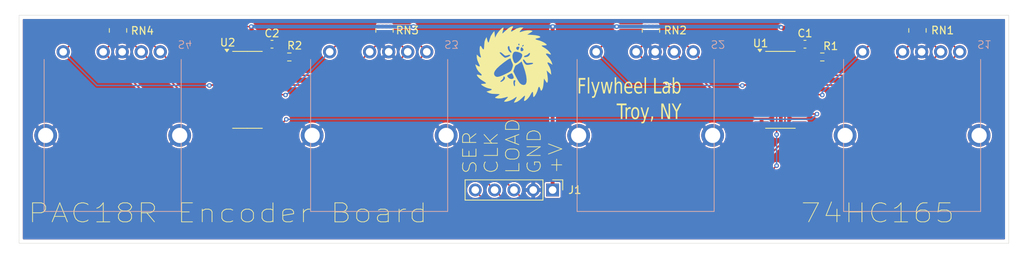
<source format=kicad_pcb>
(kicad_pcb (version 20240108) (generator "pcbnew") (generator_version "8.0")
  (layers (0 "F.Cu" signal) (31 "B.Cu" signal) (34 "B.Paste" user) (35 "F.Paste" user) (36 "B.SilkS" user "B.Silkscreen") (37 "F.SilkS" user "F.Silkscreen") (38 "B.Mask" user) (39 "F.Mask" user) (44 "Edge.Cuts" user))
  (net 0 "")
  (net 1 "GND")
  (net 2 "+5V")
  (net 3 "/LOAD")
  (net 4 "/SER_OUT")
  (net 5 "/CLK")
  (net 6 "Net-(U1-~{CE})")
  (net 7 "Net-(U2-~{CE})")
  (net 8 "Net-(RN1-R4.1)")
  (net 9 "Net-(RN1-R1.1)")
  (net 10 "Net-(RN1-R2.1)")
  (net 11 "Net-(RN2-R1.1)")
  (net 12 "Net-(RN2-R3.1)")
  (net 13 "Net-(RN2-R2.1)")
  (net 14 "Net-(RN2-R4.1)")
  (net 15 "Net-(RN3-R3.1)")
  (net 16 "Net-(RN3-R2.1)")
  (net 17 "Net-(RN3-R1.1)")
  (net 18 "Net-(RN3-R4.1)")
  (net 19 "Net-(RN4-R4.1)")
  (net 20 "Net-(RN4-R3.1)")
  (net 21 "Net-(RN4-R1.1)")
  (net 22 "Net-(RN4-R2.1)")
  (net 24 "/CASCADE")
  (net 27 "Net-(RN1-R3.1)")
  (footprint "Package_SO:SOIC-16_3.9x9.9mm_P1.27mm" (layer "F.Cu") (at 204.5 69.819806)
    (property "Reference" "U1" (at -2.6 -6.119806 0) (layer "F.SilkS"))
    (property "Value" "74LS165")
    (fp_line (start 0 -5.06) (end -1.95 -5.06) (stroke (width 0.12)) (layer "F.SilkS"))
    (fp_line (start 0 -5.06) (end 1.95 -5.06) (stroke (width 0.12)) (layer "F.SilkS"))
    (fp_line (start 0 5.06) (end -1.95 5.06) (stroke (width 0.12)) (layer "F.SilkS"))
    (fp_line (start 0 5.06) (end 1.95 5.06) (stroke (width 0.12)) (layer "F.SilkS"))
    (fp_poly (pts (xy -2.7 -5.005) (xy -2.94 -5.335) (xy -2.46 -5.335) (xy -2.7 -5.005)) (stroke (width 0.12)) (fill solid) (layer "F.SilkS"))
    (pad "1" smd roundrect (at -2.475 -4.445) (size 1.95 0.6) (layers "F.Cu" "F.Paste" "F.Mask") (net 3 "/LOAD"))
    (pad "2" smd roundrect (at -2.475 -3.175) (size 1.95 0.6) (layers "F.Cu" "F.Paste" "F.Mask") (net 5 "/CLK"))
    (pad "3" smd roundrect (at -2.475 -1.905) (size 1.95 0.6) (layers "F.Cu" "F.Paste" "F.Mask") (net 14 "Net-(RN2-R4.1)"))
    (pad "4" smd roundrect (at -2.475 -0.635) (size 1.95 0.6) (layers "F.Cu" "F.Paste" "F.Mask") (net 11 "Net-(RN2-R1.1)"))
    (pad "5" smd roundrect (at -2.475 0.635) (size 1.95 0.6) (layers "F.Cu" "F.Paste" "F.Mask") (net 12 "Net-(RN2-R3.1)"))
    (pad "6" smd roundrect (at -2.475 1.905) (size 1.95 0.6) (layers "F.Cu" "F.Paste" "F.Mask") (net 13 "Net-(RN2-R2.1)"))
    (pad "7" smd roundrect (at -2.475 3.175) (size 1.95 0.6) (layers "F.Cu" "F.Paste" "F.Mask"))
    (pad "8" smd roundrect (at -2.475 4.445) (size 1.95 0.6) (layers "F.Cu" "F.Paste" "F.Mask") (net 1 "GND"))
    (pad "9" smd roundrect (at 2.475 4.445) (size 1.95 0.6) (layers "F.Cu" "F.Paste" "F.Mask") (net 4 "/SER_OUT"))
    (pad "10" smd roundrect (at 2.475 3.175) (size 1.95 0.6) (layers "F.Cu" "F.Paste" "F.Mask") (net 24 "/CASCADE"))
    (pad "11" smd roundrect (at 2.475 1.905) (size 1.95 0.6) (layers "F.Cu" "F.Paste" "F.Mask") (net 8 "Net-(RN1-R4.1)"))
    (pad "12" smd roundrect (at 2.475 0.635) (size 1.95 0.6) (layers "F.Cu" "F.Paste" "F.Mask") (net 9 "Net-(RN1-R1.1)"))
    (pad "13" smd roundrect (at 2.475 -0.635) (size 1.95 0.6) (layers "F.Cu" "F.Paste" "F.Mask") (net 27 "Net-(RN1-R3.1)"))
    (pad "14" smd roundrect (at 2.475 -1.905) (size 1.95 0.6) (layers "F.Cu" "F.Paste" "F.Mask") (net 10 "Net-(RN1-R2.1)"))
    (pad "15" smd roundrect (at 2.475 -3.175) (size 1.95 0.6) (layers "F.Cu" "F.Paste" "F.Mask") (net 6 "Net-(U1-~{CE})"))
    (pad "16" smd roundrect (at 2.475 -4.445) (size 1.95 0.6) (layers "F.Cu" "F.Paste" "F.Mask") (net 2 "+5V"))
  )
  (footprint "Resistor_SMD:R_Array_Concave_4x0402" (layer "F.Cu") (at 187.5 62 90)
    (property "Reference" "RN2" (at 0 3.2 0) (layer "F.SilkS"))
    (property "Value" "10K")
    (fp_line (start 0.25 -1.14) (end -0.25 -1.14) (stroke (width 0.12)) (layer "F.SilkS"))
    (fp_line (start 0.25 1.14) (end -0.25 1.14) (stroke (width 0.12)) (layer "F.SilkS"))
    (pad "1" smd rect (at -0.499999 -0.75 90) (size 0.5 0.32) (layers "F.Cu" "F.Paste" "F.Mask") (net 11 "Net-(RN2-R1.1)"))
    (pad "2" smd rect (at -0.5 -0.25 90) (size 0.5 0.32) (layers "F.Cu" "F.Paste" "F.Mask") (net 13 "Net-(RN2-R2.1)"))
    (pad "3" smd rect (at -0.5 0.25 90) (size 0.5 0.32) (layers "F.Cu" "F.Paste" "F.Mask") (net 12 "Net-(RN2-R3.1)"))
    (pad "4" smd rect (at -0.499999 0.75 90) (size 0.5 0.32) (layers "F.Cu" "F.Paste" "F.Mask") (net 14 "Net-(RN2-R4.1)"))
    (pad "5" smd rect (at 0.499999 0.75 90) (size 0.5 0.32) (layers "F.Cu" "F.Paste" "F.Mask") (net 2 "+5V"))
    (pad "6" smd rect (at 0.5 0.25 90) (size 0.5 0.32) (layers "F.Cu" "F.Paste" "F.Mask") (net 2 "+5V"))
    (pad "7" smd rect (at 0.5 -0.25 90) (size 0.5 0.32) (layers "F.Cu" "F.Paste" "F.Mask") (net 2 "+5V"))
    (pad "8" smd rect (at 0.499999 -0.75 90) (size 0.5 0.32) (layers "F.Cu" "F.Paste" "F.Mask") (net 2 "+5V"))
  )
  (footprint "Connector_PinHeader_2.54mm:PinHeader_1x05_P2.54mm_Vertical" (layer "F.Cu") (at 174.579999 83 -90)
    (property "Reference" "J1" (at 0 -2.920001 180) (layer "F.SilkS"))
    (property "Value" "Conn_01x05")
    (fp_line (start -1.33 11.49) (end 1.33 11.49) (stroke (width 0.12)) (layer "F.SilkS"))
    (fp_line (start -1.33 1.270001) (end -1.33 11.49) (stroke (width 0.12)) (layer "F.SilkS"))
    (fp_line (start -1.33 1.270001) (end 1.33 1.270001) (stroke (width 0.12)) (layer "F.SilkS"))
    (fp_line (start 1.33 1.270001) (end 1.33 11.49) (stroke (width 0.12)) (layer "F.SilkS"))
    (fp_line (start -1.33 0) (end -1.33 -1.33) (stroke (width 0.12)) (layer "F.SilkS"))
    (fp_line (start -1.33 -1.33) (end 0 -1.33) (stroke (width 0.12)) (layer "F.SilkS"))
    (pad "1" thru_hole rect (at 0 0 270) (size 1.7 1.7) (drill 1) (layers "*.Cu" "*.Mask") (net 2 "+5V"))
    (pad "2" thru_hole oval (at 0 2.54 270) (size 1.7 1.7) (drill 1) (layers "*.Cu" "*.Mask") (net 1 "GND"))
    (pad "3" thru_hole oval (at 0 5.079999 270) (size 1.7 1.7) (drill 1) (layers "*.Cu" "*.Mask") (net 3 "/LOAD"))
    (pad "4" thru_hole oval (at 0 7.62 270) (size 1.7 1.7) (drill 1) (layers "*.Cu" "*.Mask") (net 5 "/CLK"))
    (pad "5" thru_hole oval (at 0 10.16 270) (size 1.7 1.7) (drill 1) (layers "*.Cu" "*.Mask") (net 4 "/SER_OUT"))
  )
  (footprint "Resistor_SMD:R_Array_Concave_4x0402" (layer "F.Cu") (at 152.5 62 90)
    (property "Reference" "RN3" (at 0 3 0) (layer "F.SilkS"))
    (property "Value" "10K")
    (fp_line (start 0.25 -1.14) (end -0.25 -1.14) (stroke (width 0.12)) (layer "F.SilkS"))
    (fp_line (start 0.25 1.14) (end -0.25 1.14) (stroke (width 0.12)) (layer "F.SilkS"))
    (pad "1" smd rect (at -0.499999 -0.75 90) (size 0.5 0.32) (layers "F.Cu" "F.Paste" "F.Mask") (net 17 "Net-(RN3-R1.1)"))
    (pad "2" smd rect (at -0.5 -0.25 90) (size 0.5 0.32) (layers "F.Cu" "F.Paste" "F.Mask") (net 16 "Net-(RN3-R2.1)"))
    (pad "3" smd rect (at -0.5 0.25 90) (size 0.5 0.32) (layers "F.Cu" "F.Paste" "F.Mask") (net 15 "Net-(RN3-R3.1)"))
    (pad "4" smd rect (at -0.499999 0.75 90) (size 0.5 0.32) (layers "F.Cu" "F.Paste" "F.Mask") (net 18 "Net-(RN3-R4.1)"))
    (pad "5" smd rect (at 0.499999 0.75 90) (size 0.5 0.32) (layers "F.Cu" "F.Paste" "F.Mask") (net 2 "+5V"))
    (pad "6" smd rect (at 0.5 0.25 90) (size 0.5 0.32) (layers "F.Cu" "F.Paste" "F.Mask") (net 2 "+5V"))
    (pad "7" smd rect (at 0.5 -0.25 90) (size 0.5 0.32) (layers "F.Cu" "F.Paste" "F.Mask") (net 2 "+5V"))
    (pad "8" smd rect (at 0.499999 -0.75 90) (size 0.5 0.32) (layers "F.Cu" "F.Paste" "F.Mask") (net 2 "+5V"))
  )
  (footprint "Resistor_SMD:R_0603_1608Metric" (layer "F.Cu") (at 140 65.5)
    (property "Reference" "R2" (at 0.7 -1.5 0) (layer "F.SilkS"))
    (property "Value" "10K")
    (fp_line (start -0.237258 -0.5225) (end 0.237258 -0.5225) (stroke (width 0.12)) (layer "F.SilkS"))
    (fp_line (start -0.237258 0.5225) (end 0.237258 0.5225) (stroke (width 0.12)) (layer "F.SilkS"))
    (pad "1" smd roundrect (at -0.825 0) (size 0.8 0.95) (layers "F.Cu" "F.Paste" "F.Mask") (net 2 "+5V"))
    (pad "2" smd roundrect (at 0.825 0) (size 0.8 0.95) (layers "F.Cu" "F.Paste" "F.Mask") (net 7 "Net-(U2-~{CE})"))
  )
  (footprint "Capacitor_SMD:C_0603_1608Metric" (layer "F.Cu") (at 137.725 63.819804)
    (property "Reference" "C2" (at 0 -1.43 0) (layer "F.SilkS"))
    (property "Value" "0.1uF")
    (fp_line (start -0.140581 -0.51) (end 0.140581 -0.51) (stroke (width 0.12)) (layer "F.SilkS"))
    (fp_line (start -0.140581 0.51) (end 0.140581 0.51) (stroke (width 0.12)) (layer "F.SilkS"))
    (pad "1" smd roundrect (at -0.775 0) (size 0.9 0.95) (layers "F.Cu" "F.Paste" "F.Mask") (net 2 "+5V"))
    (pad "2" smd roundrect (at 0.775 0) (size 0.9 0.95) (layers "F.Cu" "F.Paste" "F.Mask") (net 1 "GND"))
  )
  (footprint "Package_SO:SOIC-16_3.9x9.9mm_P1.27mm" (layer "F.Cu") (at 134.5 69.819806)
    (property "Reference" "U2" (at -2.6 -6.219806 0) (layer "F.SilkS"))
    (property "Value" "74LS165")
    (fp_line (start 0 -5.06) (end -1.95 -5.06) (stroke (width 0.12)) (layer "F.SilkS"))
    (fp_line (start 0 -5.06) (end 1.95 -5.06) (stroke (width 0.12)) (layer "F.SilkS"))
    (fp_line (start 0 5.06) (end -1.95 5.06) (stroke (width 0.12)) (layer "F.SilkS"))
    (fp_line (start 0 5.06) (end 1.95 5.06) (stroke (width 0.12)) (layer "F.SilkS"))
    (fp_poly (pts (xy -2.7 -5.005) (xy -2.94 -5.335) (xy -2.46 -5.335) (xy -2.7 -5.005)) (stroke (width 0.12)) (fill solid) (layer "F.SilkS"))
    (pad "1" smd roundrect (at -2.475 -4.445) (size 1.95 0.6) (layers "F.Cu" "F.Paste" "F.Mask") (net 3 "/LOAD"))
    (pad "2" smd roundrect (at -2.475 -3.175) (size 1.95 0.6) (layers "F.Cu" "F.Paste" "F.Mask") (net 5 "/CLK"))
    (pad "3" smd roundrect (at -2.475 -1.905) (size 1.95 0.6) (layers "F.Cu" "F.Paste" "F.Mask") (net 19 "Net-(RN4-R4.1)"))
    (pad "4" smd roundrect (at -2.475 -0.635) (size 1.95 0.6) (layers "F.Cu" "F.Paste" "F.Mask") (net 21 "Net-(RN4-R1.1)"))
    (pad "5" smd roundrect (at -2.475 0.635) (size 1.95 0.6) (layers "F.Cu" "F.Paste" "F.Mask") (net 20 "Net-(RN4-R3.1)"))
    (pad "6" smd roundrect (at -2.475 1.905) (size 1.95 0.6) (layers "F.Cu" "F.Paste" "F.Mask") (net 22 "Net-(RN4-R2.1)"))
    (pad "7" smd roundrect (at -2.475 3.175) (size 1.95 0.6) (layers "F.Cu" "F.Paste" "F.Mask"))
    (pad "8" smd roundrect (at -2.475 4.445) (size 1.95 0.6) (layers "F.Cu" "F.Paste" "F.Mask") (net 1 "GND"))
    (pad "9" smd roundrect (at 2.475 4.445) (size 1.95 0.6) (layers "F.Cu" "F.Paste" "F.Mask") (net 24 "/CASCADE"))
    (pad "10" smd roundrect (at 2.475 3.175) (size 1.95 0.6) (layers "F.Cu" "F.Paste" "F.Mask"))
    (pad "11" smd roundrect (at 2.475 1.905) (size 1.95 0.6) (layers "F.Cu" "F.Paste" "F.Mask") (net 18 "Net-(RN3-R4.1)"))
    (pad "12" smd roundrect (at 2.475 0.635) (size 1.95 0.6) (layers "F.Cu" "F.Paste" "F.Mask") (net 17 "Net-(RN3-R1.1)"))
    (pad "13" smd roundrect (at 2.475 -0.635) (size 1.95 0.6) (layers "F.Cu" "F.Paste" "F.Mask") (net 15 "Net-(RN3-R3.1)"))
    (pad "14" smd roundrect (at 2.475 -1.905) (size 1.95 0.6) (layers "F.Cu" "F.Paste" "F.Mask") (net 16 "Net-(RN3-R2.1)"))
    (pad "15" smd roundrect (at 2.475 -3.175) (size 1.95 0.6) (layers "F.Cu" "F.Paste" "F.Mask") (net 7 "Net-(U2-~{CE})"))
    (pad "16" smd roundrect (at 2.475 -4.445) (size 1.95 0.6) (layers "F.Cu" "F.Paste" "F.Mask") (net 2 "+5V"))
  )
  (footprint "Resistor_SMD:R_0603_1608Metric" (layer "F.Cu") (at 210 65.5)
    (property "Reference" "R1" (at 1.1 -1.43 0) (layer "F.SilkS"))
    (property "Value" "10K")
    (fp_line (start -0.237258 -0.5225) (end 0.237258 -0.5225) (stroke (width 0.12)) (layer "F.SilkS"))
    (fp_line (start -0.237258 0.5225) (end 0.237258 0.5225) (stroke (width 0.12)) (layer "F.SilkS"))
    (pad "1" smd roundrect (at -0.825 0) (size 0.8 0.95) (layers "F.Cu" "F.Paste" "F.Mask") (net 2 "+5V"))
    (pad "2" smd roundrect (at 0.825 0) (size 0.8 0.95) (layers "F.Cu" "F.Paste" "F.Mask") (net 6 "Net-(U1-~{CE})"))
  )
  (footprint "Capacitor_SMD:C_0603_1608Metric" (layer "F.Cu") (at 207.725 63.819804)
    (property "Reference" "C1" (at 0 -1.43 0) (layer "F.SilkS"))
    (property "Value" "0.1uF")
    (fp_line (start -0.140581 -0.51) (end 0.140581 -0.51) (stroke (width 0.12)) (layer "F.SilkS"))
    (fp_line (start -0.140581 0.51) (end 0.140581 0.51) (stroke (width 0.12)) (layer "F.SilkS"))
    (pad "1" smd roundrect (at -0.775 0) (size 0.9 0.95) (layers "F.Cu" "F.Paste" "F.Mask") (net 2 "+5V"))
    (pad "2" smd roundrect (at 0.775 0) (size 0.9 0.95) (layers "F.Cu" "F.Paste" "F.Mask") (net 1 "GND"))
  )
  (footprint "Flywheel:Flywheel_Logo" (layer "F.Cu") (at 169.5 66.5)
    (property "Reference" "G***")
    (property "Value" "LOGO" (hide yes))
    (fp_poly (pts (xy -0.109201 -5.020953) (xy -0.125283 -4.936914) (xy -0.206496 -4.76651) (xy -0.251015 -4.687874) (xy -0.364272 -4.460908) (xy -0.370604 -4.351294) (xy -0.272932 -4.363304) (xy -0.10605 -4.475678) (xy 0.311413 -4.729129) (xy 0.751913 -4.866465) (xy 0.96213 -4.884615) (xy 1.253094 -4.884615) (xy 0.992893 -4.616156) (xy 0.8063 -4.409019) (xy 0.744867 -4.297971) (xy 0.807546 -4.276235) (xy 0.946918 -4.318812) (xy 1.394943 -4.45224) (xy 1.826965 -4.515349) (xy 2.143233 -4.504794) (xy 2.33646 -4.461382) (xy 2.437409 -4.415158) (xy 2.441681 -4.405855) (xy 2.377376 -4.339043) (xy 2.214146 -4.22478) (xy 2.095687 -4.151923) (xy 1.750321 -3.948398) (xy 2.442308 -3.904264) (xy 2.864378 -3.861703) (xy 3.18351 -3.798885) (xy 3.388888 -3.723192) (xy 3.469694 -3.642007) (xy 3.415113 -3.56271) (xy 3.214328 -3.492684) (xy 3.082186 -3.467555) (xy 2.874232 -3.417455) (xy 2.824672 -3.357834) (xy 2.93467 -3.287142) (xy 3.205387 -3.203831) (xy 3.297115 -3.181136) (xy 3.562898 -3.094006) (xy 3.839556 -2.96669) (xy 4.085014 -2.823461) (xy 4.257199 -2.688593) (xy 4.314744 -2.594056) (xy 4.241707 -2.552553) (xy 4.05591 -2.52596) (xy 3.928045 -2.521129) (xy 3.73325 -2.516457) (xy 3.640117 -2.495282) (xy 3.657567 -2.44199) (xy 3.794522 -2.340968) (xy 4.059903 -2.176603) (xy 4.159162 -2.116667) (xy 4.351418 -1.974278) (xy 4.548401 -1.787707) (xy 4.718622 -1.59329) (xy 4.830592 -1.427364) (xy 4.852822 -1.326266) (xy 4.848726 -1.320949) (xy 4.762315 -1.33011) (xy 4.643158 -1.38249) (xy 4.431976 -1.447111) (xy 4.296137 -1.450144) (xy 4.206998 -1.425675) (xy 4.201039 -1.369566) (xy 4.289804 -1.251741) (xy 4.43086 -1.099088) (xy 4.729771 -0.740788) (xy 4.924453 -0.393834) (xy 5.005864 -0.170695) (xy 5.066329 0.024956) (xy 4.767664 -0.159629) (xy 4.541942 -0.274128) (xy 4.419742 -0.28088) (xy 4.410743 -0.183271) (xy 4.47527 -0.057355) (xy 4.700273 0.349748) (xy 4.825722 0.721428) (xy 4.865219 0.967026) (xy 4.904876 1.343269) (xy 4.600133 1.058333) (xy 4.295391 0.773397) (xy 4.347983 1.058333) (xy 4.42228 1.53282) (xy 4.456668 1.922659) (xy 4.44969 2.201429) (xy 4.417594 2.319695) (xy 4.358492 2.388038) (xy 4.288264 2.354259) (xy 4.177503 2.199697) (xy 4.143708 2.145915) (xy 3.948397 1.831731) (xy 3.898639 2.401602) (xy 3.852305 2.810844) (xy 3.79056 3.098537) (xy 3.702565 3.305889) (xy 3.634318 3.406755) (xy 3.568296 3.444833) (xy 3.507961 3.353893) (xy 3.463783 3.217482) (xy 3.375362 2.986999) (xy 3.290258 2.917908) (xy 3.212525 3.010484) (xy 3.159301 3.196617) (xy 3.06446 3.514566) (xy 2.922527 3.836673) (xy 2.762935 4.103102) (xy 2.651783 4.228395) (xy 2.574215 4.274492) (xy 2.536218 4.224676) (xy 2.524258 4.050412) (xy 2.523718 3.958366) (xy 2.509055 3.736439) (xy 2.471854 3.601277) (xy 2.448019 3.582051) (xy 2.371644 3.648804) (xy 2.258916 3.819611) (xy 2.18559 3.955942) (xy 2.037862 4.203071) (xy 1.861955 4.427499) (xy 1.680235 4.611747) (xy 1.515072 4.738336) (xy 1.388834 4.789788) (xy 1.32389 4.748623) (xy 1.335734 4.620032) (xy 1.422984 4.300489) (xy 1.451044 4.12799) (xy 1.40769 4.093678) (xy 1.280695 4.188698) (xy 1.057834 4.404192) (xy 1.049374 4.412589) (xy 0.758011 4.669971) (xy 0.478639 4.861116) (xy 0.305288 4.940219) (xy 0.112974 4.989405) (xy 0.007116 4.999462) (xy 0 4.993255) (xy 0.037744 4.906705) (xy 0.134314 4.727813) (xy 0.211261 4.593824) (xy 0.337436 4.361661) (xy 0.363372 4.256431) (xy 0.283278 4.272437) (xy 0.091361 4.403983) (xy 0.050035 4.435262) (xy -0.247271 4.617656) (xy -0.59891 4.770074) (xy -0.935603 4.865661) (xy -1.109274 4.884615) (xy -1.257486 4.871376) (xy -1.302564 4.847829) (xy -1.24925 4.7751) (xy -1.112888 4.629344) (xy -1.00514 4.522188) (xy -0.839476 4.353661) (xy -0.785535 4.26548) (xy -0.855123 4.24979) (xy -1.060051 4.298733) (xy -1.254445 4.35633) (xy -1.692217 4.449865) (xy -2.096796 4.464387) (xy -2.396673 4.404309) (xy -2.473838 4.357668) (xy -2.447088 4.297614) (xy -2.298487 4.199326) (xy -2.2135 4.150809) (xy -2.014519 4.030252) (xy -1.891679 3.939022) (xy -1.872542 3.913054) (xy -1.947254 3.890326) (xy -2.144286 3.872978) (xy -2.423151 3.86437) (xy -2.462766 3.86407) (xy -2.900433 3.838434) (xy -3.221151 3.761861) (xy -3.336841 3.709494) (xy -3.620796 3.557834) (xy -3.232297 3.444553) (xy -2.986079 3.355176) (xy -2.901895 3.277121) (xy -2.97993 3.209306) (xy -3.220373 3.15065) (xy -3.284923 3.140378) (xy -3.513745 3.079138) (xy -3.775576 2.970636) (xy -4.025728 2.838891) (xy -4.21951 2.707918) (xy -4.312234 2.601734) (xy -4.314744 2.586938) (xy -4.242479 2.547339) (xy -4.061966 2.525324) (xy -3.989103 2.523718) (xy -3.785162 2.507381) (xy -3.671751 2.466572) (xy -3.663462 2.450079) (xy -3.728973 2.374539) (xy -3.731888 2.372438) (xy -0.076827 2.372438) (xy -0.03261 2.656701) (xy -0.030098 2.666186) (xy 0.042998 2.825063) (xy 0.112939 2.83937) (xy 0.145645 2.724394) (xy 0.131996 2.593473) (xy 0.120935 2.383274) (xy 0.165873 2.235112) (xy 0.166478 2.234375) (xy 0.207434 2.121691) (xy 0.166774 2.078405) (xy 0.032111 2.055684) (xy -0.052171 2.162897) (xy -0.076827 2.372438) (xy -3.731888 2.372438) (xy -3.899481 2.251652) (xy -3.934984 2.230146) (xy -1.791026 2.230146) (xy -1.736053 2.280898) (xy -1.596479 2.238354) (xy -1.41032 2.116345) (xy -1.358339 2.072749) (xy -1.198723 1.889133) (xy -1.175764 1.726386) (xy -1.180652 1.708976) (xy -1.261499 1.570693) (xy -1.344198 1.566076) (xy -1.383913 1.696287) (xy -1.383974 1.703707) (xy -1.444281 1.862363) (xy -1.5875 2.020712) (xy -1.728758 2.145728) (xy -1.790891 2.228237) (xy -1.791026 2.230146) (xy -3.934984 2.230146) (xy -4.102778 2.128505) (xy -4.379993 1.943545) (xy -4.626123 1.729504) (xy -4.805829 1.521923) (xy -4.883772 1.356341) (xy -4.884615 1.342229) (xy -4.816459 1.318211) (xy -4.64269 1.345406) (xy -4.409364 1.415797) (xy -4.363012 1.433042) (xy -4.253968 1.436215) (xy -4.235645 1.353972) (xy -4.299275 1.229788) (xy -4.42765 1.112559) (xy -4.44139 1.099505) (xy -2.608848 1.099505) (xy -2.590901 1.33216) (xy -2.477198 1.500275) (xy -2.328571 1.595923) (xy -2.130596 1.616991) (xy -1.860574 1.559217) (xy -1.666238 1.484163) (xy -0.895513 1.484163) (xy -0.843052 1.584717) (xy -0.715659 1.733932) (xy -0.704571 1.745137) (xy -0.508706 1.865762) (xy -0.289538 1.898254) (xy -0.105783 1.84246) (xy -0.028127 1.746899) (xy -0.037107 1.627787) (xy -0.096749 1.445962) (xy -0.179836 1.265935) (xy -0.259155 1.15222) (xy -0.284265 1.139744) (xy -0.403541 1.176107) (xy -0.581425 1.263043) (xy -0.758938 1.367317) (xy -0.877101 1.455698) (xy -0.895513 1.484163) (xy -1.666238 1.484163) (xy -1.495807 1.418341) (xy -1.129291 1.247233) (xy -0.782461 1.075602) (xy -0.551831 0.948918) (xy -0.477989 0.893717) (xy -0.08413 0.893717) (xy 0.251296 1.56625) (xy 0.426469 1.895811) (xy 0.604008 2.19401) (xy 0.754071 2.411829) (xy 0.797054 2.46266) (xy 1.025321 2.628186) (xy 1.26903 2.685708) (xy 1.478415 2.627933) (xy 1.540766 2.571687) (xy 1.64839 2.322678) (xy 1.669823 1.947211) (xy 1.606538 1.456031) (xy 1.460009 0.859887) (xy 1.231707 0.169525) (xy 1.199727 0.083111) (xy 1.014131 -0.413168) (xy 0.690239 -0.168144) (xy 0.484599 -0.025267) (xy 0.323655 0.064184) (xy 0.273954 0.079145) (xy 0.198803 0.151266) (xy 0.105856 0.333793) (xy 0.048716 0.487564) (xy -0.08413 0.893717) (xy -0.477989 0.893717) (xy -0.407225 0.840817) (xy -0.318469 0.724936) (xy -0.255391 0.574908) (xy -0.214208 0.447677) (xy -0.141768 0.196145) (xy -0.125995 0.027167) (xy -0.169874 -0.130421) (xy -0.245013 -0.28647) (xy -0.345225 -0.505646) (xy -0.40214 -0.67397) (xy -0.407051 -0.709201) (xy -0.435251 -0.793106) (xy -0.52956 -0.79646) (xy -0.704538 -0.712497) (xy -0.97475 -0.534448) (xy -1.308765 -0.290145) (xy -1.847728 0.138628) (xy -2.241343 0.508993) (xy -2.493689 0.827201) (xy -2.608848 1.099505) (xy -4.44139 1.099505) (xy -4.651606 0.89978) (xy -4.856538 0.593161) (xy -4.998981 0.259834) (xy -5.013113 0.208327) (xy -5.072893 -0.031103) (xy -4.775229 0.144523) (xy -4.588355 0.239461) (xy -4.497503 0.238253) (xy -4.500067 0.129156) (xy -4.593444 -0.099572) (xy -4.68143 -0.278381) (xy -4.809333 -0.598966) (xy -4.878893 -0.913429) (xy -4.884615 -1.005952) (xy -4.884615 -1.333026) (xy -4.641234 -1.099852) (xy -4.452509 -0.948465) (xy -4.34941 -0.93172) (xy -4.338359 -1.046411) (xy -4.396505 -1.222002) (xy -4.460189 -1.459323) (xy -4.473659 -1.57058) (xy -1.872436 -1.57058) (xy -1.815448 -1.468324) (xy -1.673931 -1.308264) (xy -1.492054 -1.132329) (xy -1.313987 -0.982451) (xy -1.183901 -0.900558) (xy -1.161312 -0.895513) (xy -1.018356 -0.925294) (xy -0.807566 -0.998472) (xy -0.770783 -1.013474) (xy -0.587653 -1.110565) (xy -0.520048 -1.174897) (xy -0.192009 -1.174897) (xy -0.174144 -0.865521) (xy -0.156807 -0.790773) (xy -0.049479 -0.440118) (xy 0.057338 -0.239339) (xy 0.186709 -0.177208) (xy 0.361698 -0.242497) (xy 0.602142 -0.421315) (xy 0.722947 -0.544431) (xy 1.194437 -0.544431) (xy 1.306119 -0.316608) (xy 1.342801 -0.259541) (xy 1.464926 -0.091299) (xy 1.584449 0.005795) (xy 1.741356 0.040237) (xy 1.975632 0.020523) (xy 2.32726 -0.04485) (xy 2.340545 -0.04753) (xy 2.48355 -0.110794) (xy 2.523718 -0.175761) (xy 2.449825 -0.228666) (xy 2.225548 -0.233781) (xy 2.09409 -0.222668) (xy 1.840622 -0.202697) (xy 1.689804 -0.225193) (xy 1.582617 -0.313308) (xy 1.476614 -0.464893) (xy 1.326582 -0.650571) (xy 1.221421 -0.680856) (xy 1.207076 -0.669768) (xy 1.194437 -0.544431) (xy 0.722947 -0.544431) (xy 0.859618 -0.683717) (xy 1.030569 -0.960348) (xy 1.058413 -1.066819) (xy 1.321337 -1.066819) (xy 1.35574 -0.995702) (xy 1.453301 -0.976923) (xy 1.658688 -1.006087) (xy 1.819465 -1.05367) (xy 1.977036 -1.164405) (xy 2.083269 -1.325821) (xy 2.106042 -1.478527) (xy 2.077827 -1.531361) (xy 1.996107 -1.515333) (xy 1.887221 -1.409321) (xy 1.711411 -1.265065) (xy 1.553172 -1.207011) (xy 1.39334 -1.151521) (xy 1.321337 -1.066819) (xy 1.058413 -1.066819) (xy 1.096944 -1.214153) (xy 1.065005 -1.371509) (xy 0.932328 -1.489889) (xy 0.696574 -1.600543) (xy 0.416833 -1.681158) (xy 0.169574 -1.709615) (xy -0.005962 -1.636888) (xy -0.131219 -1.445333) (xy -0.192009 -1.174897) (xy -0.520048 -1.174897) (xy -0.492326 -1.201277) (xy -0.488462 -1.217) (xy -0.516192 -1.286907) (xy -0.621172 -1.291207) (xy -0.836084 -1.229416) (xy -0.88944 -1.211072) (xy -1.064311 -1.16467) (xy -1.195655 -1.191481) (xy -1.349326 -1.311936) (xy -1.414278 -1.373893) (xy -1.619053 -1.544606) (xy -1.77865 -1.626175) (xy -1.864819 -1.606472) (xy -1.872436 -1.57058) (xy -4.473659 -1.57058) (xy -4.496822 -1.761895) (xy -4.50414 -2.069375) (xy -4.479884 -2.321419) (xy -4.441939 -2.434138) (xy -4.378123 -2.473085) (xy -4.293999 -2.384683) (xy -4.217651 -2.24823) (xy -4.106187 -2.0738) (xy -4.010162 -1.994106) (xy -3.985754 -1.996621) (xy -3.944246 -2.097569) (xy -3.927515 -2.218612) (xy -0.813628 -2.218612) (xy -0.773114 -2.012654) (xy -0.670892 -1.809436) (xy -0.630929 -1.758708) (xy -0.455596 -1.588108) (xy -0.354359 -1.56152) (xy -0.325641 -1.658942) (xy -0.383075 -1.801616) (xy -0.447756 -1.872436) (xy -0.456327 -1.886858) (xy 0.869953 -1.886858) (xy 0.912793 -1.780517) (xy 0.915921 -1.778413) (xy 1.078759 -1.758429) (xy 1.22143 -1.859733) (xy 1.252105 -1.91708) (xy 1.232688 -2.05357) (xy 1.129501 -2.198778) (xy 0.998562 -2.277931) (xy 0.980599 -2.279487) (xy 0.91349 -2.210982) (xy 0.873397 -2.055226) (xy 0.869953 -1.886858) (xy -0.456327 -1.886858) (xy -0.538082 -2.024428) (xy -0.564052 -2.174431) (xy 0.290519 -2.174431) (xy 0.365341 -2.008013) (xy 0.380854 -1.991674) (xy 0.508186 -1.91433) (xy 0.607877 -1.981495) (xy 0.688323 -2.177724) (xy 0.704748 -2.314288) (xy 0.61026 -2.358666) (xy 0.543363 -2.360898) (xy 0.35638 -2.306873) (xy 0.290519 -2.174431) (xy -0.564052 -2.174431) (xy -0.569872 -2.208045) (xy -0.607575 -2.394587) (xy -0.691987 -2.442308) (xy -0.788048 -2.378199) (xy -0.813628 -2.218612) (xy -3.927515 -2.218612) (xy -3.914644 -2.311732) (xy -3.908715 -2.447396) (xy 1.073598 -2.447396) (xy 1.095821 -2.371703) (xy 1.144832 -2.376162) (xy 1.268209 -2.479235) (xy 1.2873 -2.51863) (xy 1.265076 -2.594323) (xy 1.216066 -2.589864) (xy 1.092689 -2.486791) (xy 1.073598 -2.447396) (xy -3.908715 -2.447396) (xy -3.90428 -2.548875) (xy -3.894758 -2.645833) (xy 0.569872 -2.645833) (xy 0.613831 -2.537495) (xy 0.651282 -2.523718) (xy 0.723508 -2.589657) (xy 0.732692 -2.645833) (xy 0.688733 -2.754172) (xy 0.651282 -2.767949) (xy 0.579057 -2.70201) (xy 0.569872 -2.645833) (xy -3.894758 -2.645833) (xy -3.857627 -3.023922) (xy -3.748413 -3.337821) (xy -3.595959 -3.622756) (xy -3.498185 -3.237069) (xy -3.419301 -2.990121) (xy -3.347807 -2.905697) (xy -3.281825 -2.983767) (xy -3.219474 -3.224298) (xy -3.217955 -3.232345) (xy -3.053408 -3.739421) (xy -2.776264 -4.177006) (xy -2.738073 -4.220484) (xy -2.564423 -4.41116) (xy -2.522463 -3.976253) (xy -2.480503 -3.541346) (xy -2.290741 -3.925658) (xy -2.149057 -4.157272) (xy -1.955373 -4.405509) (xy -1.744071 -4.633697) (xy -1.549533 -4.80516) (xy -1.406141 -4.883226) (xy -1.391707 -4.884615) (xy -1.370529 -4.815363) (xy -1.397267 -4.638542) (xy -1.432793 -4.504847) (xy -1.49418 -4.279977) (xy -1.523119 -4.130582) (xy -1.521126 -4.099118) (xy -1.455063 -4.138904) (xy -1.303467 -4.267728) (xy -1.096266 -4.459827) (xy -1.047152 -4.507093) (xy -0.765632 -4.750634) (xy -0.498129 -4.930952) (xy -0.275376 -5.031212) (xy -0.128106 -5.034575)) (fill solid) (layer "F.SilkS"))
  )
  (footprint "Resistor_SMD:R_Array_Concave_4x0402" (layer "F.Cu") (at 222.5 62 90)
    (property "Reference" "RN1" (at 0 3.3 0) (layer "F.SilkS"))
    (property "Value" "10K")
    (fp_line (start 0.25 -1.14) (end -0.25 -1.14) (stroke (width 0.12)) (layer "F.SilkS"))
    (fp_line (start 0.25 1.14) (end -0.25 1.14) (stroke (width 0.12)) (layer "F.SilkS"))
    (pad "1" smd rect (at -0.499999 -0.75 90) (size 0.5 0.32) (layers "F.Cu" "F.Paste" "F.Mask") (net 9 "Net-(RN1-R1.1)"))
    (pad "2" smd rect (at -0.5 -0.25 90) (size 0.5 0.32) (layers "F.Cu" "F.Paste" "F.Mask") (net 10 "Net-(RN1-R2.1)"))
    (pad "3" smd rect (at -0.5 0.25 90) (size 0.5 0.32) (layers "F.Cu" "F.Paste" "F.Mask") (net 27 "Net-(RN1-R3.1)"))
    (pad "4" smd rect (at -0.499999 0.75 90) (size 0.5 0.32) (layers "F.Cu" "F.Paste" "F.Mask") (net 8 "Net-(RN1-R4.1)"))
    (pad "5" smd rect (at 0.499999 0.75 90) (size 0.5 0.32) (layers "F.Cu" "F.Paste" "F.Mask") (net 2 "+5V"))
    (pad "6" smd rect (at 0.5 0.25 90) (size 0.5 0.32) (layers "F.Cu" "F.Paste" "F.Mask") (net 2 "+5V"))
    (pad "7" smd rect (at 0.5 -0.25 90) (size 0.5 0.32) (layers "F.Cu" "F.Paste" "F.Mask") (net 2 "+5V"))
    (pad "8" smd rect (at 0.499999 -0.75 90) (size 0.5 0.32) (layers "F.Cu" "F.Paste" "F.Mask") (net 2 "+5V"))
  )
  (footprint "Resistor_SMD:R_Array_Concave_4x0402" (layer "F.Cu") (at 117.5 62 90)
    (property "Reference" "RN4" (at -0.05 3.2 0) (layer "F.SilkS"))
    (property "Value" "10K")
    (fp_line (start 0.25 -1.14) (end -0.25 -1.14) (stroke (width 0.12)) (layer "F.SilkS"))
    (fp_line (start 0.25 1.14) (end -0.25 1.14) (stroke (width 0.12)) (layer "F.SilkS"))
    (pad "1" smd rect (at -0.499999 -0.75 90) (size 0.5 0.32) (layers "F.Cu" "F.Paste" "F.Mask") (net 21 "Net-(RN4-R1.1)"))
    (pad "2" smd rect (at -0.5 -0.25 90) (size 0.5 0.32) (layers "F.Cu" "F.Paste" "F.Mask") (net 22 "Net-(RN4-R2.1)"))
    (pad "3" smd rect (at -0.5 0.25 90) (size 0.5 0.32) (layers "F.Cu" "F.Paste" "F.Mask") (net 20 "Net-(RN4-R3.1)"))
    (pad "4" smd rect (at -0.499999 0.75 90) (size 0.5 0.32) (layers "F.Cu" "F.Paste" "F.Mask") (net 19 "Net-(RN4-R4.1)"))
    (pad "5" smd rect (at 0.499999 0.75 90) (size 0.5 0.32) (layers "F.Cu" "F.Paste" "F.Mask") (net 2 "+5V"))
    (pad "6" smd rect (at 0.5 0.25 90) (size 0.5 0.32) (layers "F.Cu" "F.Paste" "F.Mask") (net 2 "+5V"))
    (pad "7" smd rect (at 0.5 -0.25 90) (size 0.5 0.32) (layers "F.Cu" "F.Paste" "F.Mask") (net 2 "+5V"))
    (pad "8" smd rect (at 0.499999 -0.75 90) (size 0.5 0.32) (layers "F.Cu" "F.Paste" "F.Mask") (net 2 "+5V"))
  )
  (footprint "Flywheel:PAC18R" (layer "B.Cu") (at 116.800001 64.819806)
    (property "Reference" "S4" (at 9.5 -1 180) (layer "B.SilkS") (effects (font (thickness 0.1)) (justify mirror)))
    (property "Value" "~")
    (fp_line (start -9 20.999999) (end -9 1) (stroke (width 0.1)) (layer "B.SilkS"))
    (fp_line (start 9 1) (end 9 20.999999) (stroke (width 0.1)) (layer "B.SilkS"))
    (fp_line (start 9 20.999999) (end -9 20.999999) (stroke (width 0.1)) (layer "B.SilkS"))
    (pad "1" thru_hole circle (at 6.249999 0) (size 1.75 1.75) (drill 1) (layers "*.Cu" "*.Mask") (net 19 "Net-(RN4-R4.1)"))
    (pad "2" thru_hole circle (at -6.5 0) (size 1.75 1.75) (drill 1) (layers "*.Cu" "*.Mask") (net 21 "Net-(RN4-R1.1)"))
    (pad "3" thru_hole circle (at 3.749999 0) (size 1.75 1.75) (drill 1) (layers "*.Cu" "*.Mask") (net 20 "Net-(RN4-R3.1)"))
    (pad "4" thru_hole circle (at -1.249999 0) (size 1.75 1.75) (drill 1) (layers "*.Cu" "*.Mask") (net 22 "Net-(RN4-R2.1)"))
    (pad "5" thru_hole circle (at 1.249999 0) (size 1.75 1.75) (drill 1) (layers "*.Cu" "*.Mask") (net 1 "GND"))
    (pad "6" thru_hole circle (at -8.8 11) (size 3 3) (drill 2) (layers "*.Cu" "*.Mask") (net 1 "GND"))
    (pad "6" thru_hole circle (at 8.8 11) (size 3 3) (drill 2) (layers "*.Cu" "*.Mask") (net 1 "GND"))
  )
  (footprint "Flywheel:PAC18R" (layer "B.Cu") (at 151.799999 64.819805)
    (property "Reference" "S3" (at 9.5 -1 180) (layer "B.SilkS") (effects (font (thickness 0.1)) (justify mirror)))
    (property "Value" "~")
    (fp_line (start -9 20.999999) (end -9 1) (stroke (width 0.1)) (layer "B.SilkS"))
    (fp_line (start 9 1) (end 9 20.999999) (stroke (width 0.1)) (layer "B.SilkS"))
    (fp_line (start 9 20.999999) (end -9 20.999999) (stroke (width 0.1)) (layer "B.SilkS"))
    (pad "1" thru_hole circle (at 6.249999 0) (size 1.75 1.75) (drill 1) (layers "*.Cu" "*.Mask") (net 18 "Net-(RN3-R4.1)"))
    (pad "2" thru_hole circle (at -6.5 0) (size 1.75 1.75) (drill 1) (layers "*.Cu" "*.Mask") (net 17 "Net-(RN3-R1.1)"))
    (pad "3" thru_hole circle (at 3.749999 0) (size 1.75 1.75) (drill 1) (layers "*.Cu" "*.Mask") (net 15 "Net-(RN3-R3.1)"))
    (pad "4" thru_hole circle (at -1.249999 0) (size 1.75 1.75) (drill 1) (layers "*.Cu" "*.Mask") (net 16 "Net-(RN3-R2.1)"))
    (pad "5" thru_hole circle (at 1.249999 0) (size 1.75 1.75) (drill 1) (layers "*.Cu" "*.Mask") (net 1 "GND"))
    (pad "6" thru_hole circle (at -8.8 11) (size 3 3) (drill 2) (layers "*.Cu" "*.Mask") (net 1 "GND"))
    (pad "6" thru_hole circle (at 8.8 11) (size 3 3) (drill 2) (layers "*.Cu" "*.Mask") (net 1 "GND"))
  )
  (footprint "Flywheel:PAC18R" (layer "B.Cu") (at 186.8 64.819806)
    (property "Reference" "S2" (at 9.5 -1 180) (layer "B.SilkS") (effects (font (thickness 0.1)) (justify mirror)))
    (property "Value" "~")
    (fp_line (start -9 20.999999) (end -9 1) (stroke (width 0.1)) (layer "B.SilkS"))
    (fp_line (start 9 1) (end 9 20.999999) (stroke (width 0.1)) (layer "B.SilkS"))
    (fp_line (start 9 20.999999) (end -9 20.999999) (stroke (width 0.1)) (layer "B.SilkS"))
    (pad "1" thru_hole circle (at 6.249999 0) (size 1.75 1.75) (drill 1) (layers "*.Cu" "*.Mask") (net 14 "Net-(RN2-R4.1)"))
    (pad "2" thru_hole circle (at -6.5 0) (size 1.75 1.75) (drill 1) (layers "*.Cu" "*.Mask") (net 11 "Net-(RN2-R1.1)"))
    (pad "3" thru_hole circle (at 3.749999 0) (size 1.75 1.75) (drill 1) (layers "*.Cu" "*.Mask") (net 12 "Net-(RN2-R3.1)"))
    (pad "4" thru_hole circle (at -1.249999 0) (size 1.75 1.75) (drill 1) (layers "*.Cu" "*.Mask") (net 13 "Net-(RN2-R2.1)"))
    (pad "5" thru_hole circle (at 1.249999 0) (size 1.75 1.75) (drill 1) (layers "*.Cu" "*.Mask") (net 1 "GND"))
    (pad "6" thru_hole circle (at -8.8 11) (size 3 3) (drill 2) (layers "*.Cu" "*.Mask") (net 1 "GND"))
    (pad "6" thru_hole circle (at 8.8 11) (size 3 3) (drill 2) (layers "*.Cu" "*.Mask") (net 1 "GND"))
  )
  (footprint "Flywheel:PAC18R" (layer "B.Cu") (at 221.8 64.819806)
    (property "Reference" "S1" (at 9.5 -1 180) (layer "B.SilkS") (effects (font (thickness 0.1)) (justify mirror)))
    (property "Value" "~")
    (fp_line (start -9 20.999999) (end -9 1) (stroke (width 0.1)) (layer "B.SilkS"))
    (fp_line (start 9 1) (end 9 20.999999) (stroke (width 0.1)) (layer "B.SilkS"))
    (fp_line (start 9 20.999999) (end -9 20.999999) (stroke (width 0.1)) (layer "B.SilkS"))
    (pad "1" thru_hole circle (at 6.249999 0) (size 1.75 1.75) (drill 1) (layers "*.Cu" "*.Mask") (net 8 "Net-(RN1-R4.1)"))
    (pad "2" thru_hole circle (at -6.5 0) (size 1.75 1.75) (drill 1) (layers "*.Cu" "*.Mask") (net 9 "Net-(RN1-R1.1)"))
    (pad "3" thru_hole circle (at 3.749999 0) (size 1.75 1.75) (drill 1) (layers "*.Cu" "*.Mask") (net 27 "Net-(RN1-R3.1)"))
    (pad "4" thru_hole circle (at -1.249999 0) (size 1.75 1.75) (drill 1) (layers "*.Cu" "*.Mask") (net 10 "Net-(RN1-R2.1)"))
    (pad "5" thru_hole circle (at 1.249999 0) (size 1.75 1.75) (drill 1) (layers "*.Cu" "*.Mask") (net 1 "GND"))
    (pad "6" thru_hole circle (at -8.8 11) (size 3 3) (drill 2) (layers "*.Cu" "*.Mask") (net 1 "GND"))
    (pad "6" thru_hole circle (at 8.8 11) (size 3 3) (drill 2) (layers "*.Cu" "*.Mask") (net 1 "GND"))
  )
  (gr_line (start 234.5 60) (end 104.5 60) (stroke (width 0.05)) (layer "Edge.Cuts"))
  (gr_line (start 234.5 90) (end 234.5 60) (stroke (width 0.05)) (layer "Edge.Cuts"))
  (gr_line (start 104.5 90) (end 234.5 90) (stroke (width 0.05)) (layer "Edge.Cuts"))
  (gr_line (start 104.5 60) (end 104.5 90) (stroke (width 0.05)) (layer "Edge.Cuts"))
  (gr_text "SER\nCLK\nLOAD\nGND\n+V" (at 176 81 90) (layer "F.SilkS") (effects (font (size 1.75 2) (thickness 0.1)) (justify left bottom)))
  (gr_text "Flywheel Lab\nTroy, NY" (at 191.5 74 0) (layer "F.SilkS") (effects (font (size 2 1.5) (thickness 0.1)) (justify right bottom)))
  (gr_text "74HC165" (at 207 87.5 0) (layer "F.SilkS") (effects (font (size 2.5 3) (thickness 0.1)) (justify left bottom)))
  (gr_text "PAC18R Encoder Board" (at 105.5 87.5 0) (layer "F.SilkS") (effects (font (size 2.5 3) (thickness 0.1)) (justify left bottom)))
  (segment (start 187.25 61.5) (end 187.75 61.5) (width 0.2) (layer "F.Cu") (net 2))
  (segment (start 152.750001 61.500001) (end 152.75 61.5) (width 0.2) (layer "F.Cu") (net 2))
  (segment (start 221.75 61.500001) (end 222.249999 61.500001) (width 0.2) (layer "F.Cu") (net 2))
  (segment (start 187.249999 61.500001) (end 187.25 61.5) (width 0.2) (layer "F.Cu") (net 2))
  (segment (start 204.6 61.6) (end 204.730196 61.6) (width 0.5) (layer "F.Cu") (net 2))
  (segment (start 116.75 61.500001) (end 117.249999 61.500001) (width 0.2) (layer "F.Cu") (net 2))
  (segment (start 136.975 63.844804) (end 136.95 63.819804) (width 0.5) (layer "F.Cu") (net 2))
  (segment (start 223.25 61.500001) (end 222.750001 61.500001) (width 0.2) (layer "F.Cu") (net 2))
  (segment (start 151.75 61.500001) (end 152.249999 61.500001) (width 0.2) (layer "F.Cu") (net 2))
  (segment (start 117.750001 61.500001) (end 117.75 61.5) (width 0.2) (layer "F.Cu") (net 2))
  (segment (start 136.975 65.374806) (end 136.975 63.844804) (width 0.5) (layer "F.Cu") (net 2))
  (segment (start 139.075 65.4) (end 137.000194 65.4) (width 0.5) (layer "F.Cu") (net 2))
  (segment (start 186.75 61.500001) (end 187.249999 61.500001) (width 0.2) (layer "F.Cu") (net 2))
  (segment (start 204.699999 61.500001) (end 204.6 61.6) (width 0.2) (layer "F.Cu") (net 2))
  (segment (start 209.175 65.5) (end 209.049806 65.374806) (width 0.5) (layer "F.Cu") (net 2))
  (segment (start 221.75 61.500001) (end 204.699999 61.500001) (width 0.2) (layer "F.Cu") (net 2))
  (segment (start 187.750001 61.500001) (end 187.75 61.5) (width 0.2) (layer "F.Cu") (net 2))
  (segment (start 118.25 61.500001) (end 117.750001 61.500001) (width 0.2) (layer "F.Cu") (net 2))
  (segment (start 152.249999 61.500001) (end 152.25 61.5) (width 0.2) (layer "F.Cu") (net 2))
  (segment (start 206.975 63.844804) (end 206.95 63.819804) (width 0.5) (layer "F.Cu") (net 2))
  (segment (start 152.25 61.5) (end 152.75 61.5) (width 0.2) (layer "F.Cu") (net 2))
  (segment (start 117.249999 61.500001) (end 117.25 61.5) (width 0.2) (layer "F.Cu") (net 2))
  (segment (start 209.049806 65.374806) (end 206.975 65.374806) (width 0.5) (layer "F.Cu") (net 2))
  (segment (start 134.999999 61.500001) (end 135 61.5) (width 0.2) (layer "F.Cu") (net 2))
  (segment (start 156.299999 61.500001) (end 156.3 61.5) (width 0.2) (layer "F.Cu") (net 2))
  (segment (start 139.175 65.5) (end 139.075 65.4) (width 0.5) (layer "F.Cu") (net 2))
  (segment (start 117.75 61.5) (end 117.25 61.5) (width 0.2) (layer "F.Cu") (net 2))
  (segment (start 206.975 65.374806) (end 206.975 63.844804) (width 0.5) (layer "F.Cu") (net 2))
  (segment (start 222.25 61.5) (end 222.75 61.5) (width 0.2) (layer "F.Cu") (net 2))
  (segment (start 186.75 61.500001) (end 183.000001 61.500001) (width 0.2) (layer "F.Cu") (net 2))
  (segment (start 188.25 61.500001) (end 187.750001 61.500001) (width 0.2) (layer "F.Cu") (net 2))
  (segment (start 222.750001 61.500001) (end 222.75 61.5) (width 0.2) (layer "F.Cu") (net 2))
  (segment (start 135 61.5) (end 135 61.869804) (width 0.5) (layer "F.Cu") (net 2))
  (segment (start 174.579999 83) (end 174.579999 61.579999) (width 0.5) (layer "F.Cu") (net 2))
  (segment (start 183.000001 61.500001) (end 183 61.5) (width 0.2) (layer "F.Cu") (net 2))
  (segment (start 118.25 61.500001) (end 134.999999 61.500001) (width 0.2) (layer "F.Cu") (net 2))
  (segment (start 135 61.869804) (end 136.95 63.819804) (width 0.5) (layer "F.Cu") (net 2))
  (segment (start 137.000194 65.4) (end 136.975 65.374806) (width 0.5) (layer "F.Cu") (net 2))
  (segment (start 222.249999 61.500001) (end 222.25 61.5) (width 0.2) (layer "F.Cu") (net 2))
  (segment (start 153.25 61.500001) (end 152.750001 61.500001) (width 0.2) (layer "F.Cu") (net 2))
  (segment (start 153.25 61.500001) (end 156.299999 61.500001) (width 0.2) (layer "F.Cu") (net 2))
  (segment (start 204.730196 61.6) (end 206.95 63.819804) (width 0.5) (layer "F.Cu") (net 2))
  (via (at 204.6 61.6) (size 0.6) (drill 0.3) (layers "F.Cu" "B.Cu") (net 2))
  (via (at 156.3 61.5) (size 0.6) (drill 0.3) (layers "F.Cu" "B.Cu") (net 2))
  (via (at 183 61.5) (size 0.6) (drill 0.3) (layers "F.Cu" "B.Cu") (net 2))
  (via (at 174.6 61.5) (size 0.6) (drill 0.3) (layers "F.Cu" "B.Cu") (net 2))
  (via (at 135 61.5) (size 0.6) (drill 0.3) (layers "F.Cu" "B.Cu") (net 2))
  (segment (start 174.6 61.5) (end 183 61.5) (width 0.5) (layer "B.Cu") (net 2))
  (segment (start 183 61.5) (end 204.5 61.5) (width 0.5) (layer "B.Cu") (net 2))
  (segment (start 156.3 61.5) (end 135 61.5) (width 0.5) (layer "B.Cu") (net 2))
  (segment (start 204.5 61.5) (end 204.6 61.6) (width 0.5) (layer "B.Cu") (net 2))
  (segment (start 174.5 61.5) (end 174.6 61.5) (width 0.5) (layer "B.Cu") (net 2))
  (segment (start 174.579999 61.579999) (end 174.5 61.5) (width 0.5) (layer "B.Cu") (net 2))
  (segment (start 174.5 61.5) (end 156.3 61.5) (width 0.5) (layer "B.Cu") (net 2))
  (segment (start 169.5 83) (end 165.4 78.9) (width 0.2) (layer "F.Cu") (net 3))
  (segment (start 132.674806 65.374806) (end 132.025 65.374806) (width 0.2) (layer "F.Cu") (net 3))
  (segment (start 135 75.4) (end 135 67.7) (width 0.2) (layer "F.Cu") (net 3))
  (segment (start 196.5 85) (end 205.1 76.4) (width 0.2) (layer "F.Cu") (net 3))
  (segment (start 202.674806 65.374806) (end 202.025 65.374806) (width 0.2) (layer "F.Cu") (net 3))
  (segment (start 165.4 78.9) (end 138.5 78.9) (width 0.2) (layer "F.Cu") (net 3))
  (segment (start 205.1 76.4) (end 205.1 67.8) (width 0.2) (layer "F.Cu") (net 3))
  (segment (start 205.1 67.8) (end 202.674806 65.374806) (width 0.2) (layer "F.Cu") (net 3))
  (segment (start 138.5 78.9) (end 135 75.4) (width 0.2) (layer "F.Cu") (net 3))
  (segment (start 171.5 85) (end 196.5 85) (width 0.2) (layer "F.Cu") (net 3))
  (segment (start 169.5 83) (end 171.5 85) (width 0.2) (layer "F.Cu") (net 3))
  (segment (start 135 67.7) (end 132.674806 65.374806) (width 0.2) (layer "F.Cu") (net 3))
  (segment (start 206.975 74.264806) (end 206.975 78.625) (width 0.2) (layer "F.Cu") (net 4))
  (segment (start 164.419999 83.119999) (end 164.419999 83) (width 0.2) (layer "F.Cu") (net 4))
  (segment (start 168.6 87.3) (end 164.419999 83.119999) (width 0.2) (layer "F.Cu") (net 4))
  (segment (start 206.975 78.625) (end 198.3 87.3) (width 0.2) (layer "F.Cu") (net 4))
  (segment (start 198.3 87.3) (end 168.6 87.3) (width 0.2) (layer "F.Cu") (net 4))
  (segment (start 166.959999 83) (end 164.359999 80.4) (width 0.2) (layer "F.Cu") (net 5))
  (segment (start 164.359999 80.4) (end 135.9 80.4) (width 0.2) (layer "F.Cu") (net 5))
  (segment (start 133.9 67.8) (end 132.744806 66.644806) (width 0.2) (layer "F.Cu") (net 5))
  (segment (start 135.9 80.4) (end 133.9 78.4) (width 0.2) (layer "F.Cu") (net 5))
  (segment (start 202.744806 66.644806) (end 202.025 66.644806) (width 0.2) (layer "F.Cu") (net 5))
  (segment (start 170.059999 86.1) (end 191 86.1) (width 0.2) (layer "F.Cu") (net 5))
  (segment (start 204 75.7) (end 204 67.9) (width 0.2) (layer "F.Cu") (net 5))
  (segment (start 133.9 78.4) (end 133.9 67.8) (width 0.2) (layer "F.Cu") (net 5))
  (segment (start 166.959999 83) (end 170.059999 86.1) (width 0.2) (layer "F.Cu") (net 5))
  (segment (start 204 67.9) (end 202.744806 66.644806) (width 0.2) (layer "F.Cu") (net 5))
  (segment (start 132.744806 66.644806) (end 132.025 66.644806) (width 0.2) (layer "F.Cu") (net 5))
  (segment (start 197.7 86.1) (end 204 79.8) (width 0.2) (layer "F.Cu") (net 5))
  (segment (start 191 86.1) (end 197.7 86.1) (width 0.2) (layer "F.Cu") (net 5))
  (via (at 204 79.8) (size 0.6) (drill 0.3) (layers "F.Cu" "B.Cu") (net 5))
  (via (at 204 75.7) (size 0.6) (drill 0.3) (layers "F.Cu" "B.Cu") (net 5))
  (segment (start 204 79.8) (end 204 75.7) (width 0.2) (layer "B.Cu") (net 5))
  (segment (start 209.855194 66.644806) (end 210.825 65.675) (width 0.2) (layer "F.Cu") (net 6))
  (segment (start 206.975 66.644806) (end 209.855194 66.644806) (width 0.2) (layer "F.Cu") (net 6))
  (segment (start 210.825 65.675) (end 210.825 65.5) (width 0.2) (layer "F.Cu") (net 6))
  (segment (start 140.825 65.575) (end 140.825 65.5) (width 0.2) (layer "F.Cu") (net 7))
  (segment (start 139.755194 66.644806) (end 140.825 65.575) (width 0.2) (layer "F.Cu") (net 7))
  (segment (start 136.975 66.644806) (end 139.755194 66.644806) (width 0.2) (layer "F.Cu") (net 7))
  (segment (start 221.144999 71.724806) (end 206.975 71.724806) (width 0.2) (layer "F.Cu") (net 8))
  (segment (start 225.730192 62.499999) (end 223.25 62.499999) (width 0.2) (layer "F.Cu") (net 8))
  (segment (start 228.049999 64.819806) (end 225.730192 62.499999) (width 0.2) (layer "F.Cu") (net 8))
  (segment (start 228.049999 64.819806) (end 221.144999 71.724806) (width 0.2) (layer "F.Cu") (net 8))
  (segment (start 215.3 64.819806) (end 217.619807 62.499999) (width 0.2) (layer "F.Cu") (net 9))
  (segment (start 210 70.5) (end 209.954806 70.454806) (width 0.2) (layer "F.Cu") (net 9))
  (segment (start 217.619807 62.499999) (end 221.75 62.499999) (width 0.2) (layer "F.Cu") (net 9))
  (segment (start 209.954806 70.454806) (end 206.975 70.454806) (width 0.2) (layer "F.Cu") (net 9))
  (via (at 210 70.5) (size 0.6) (drill 0.3) (layers "F.Cu" "B.Cu") (net 9))
  (segment (start 215.3 64.819806) (end 210 70.119806) (width 0.2) (layer "B.Cu") (net 9))
  (segment (start 210 70.119806) (end 210 70.5) (width 0.2) (layer "B.Cu") (net 9))
  (segment (start 217.455001 67.914806) (end 206.975 67.914806) (width 0.2) (layer "F.Cu") (net 10))
  (segment (start 222.25 63.119807) (end 222.25 62.5) (width 0.2) (layer "F.Cu") (net 10))
  (segment (start 220.550001 64.819806) (end 217.455001 67.914806) (width 0.2) (layer "F.Cu") (net 10))
  (segment (start 220.550001 64.819806) (end 222.25 63.119807) (width 0.2) (layer "F.Cu") (net 10))
  (segment (start 199.565194 69.184806) (end 202.025 69.184806) (width 0.2) (layer "F.Cu") (net 11))
  (segment (start 180.3 64.819806) (end 182.619807 62.499999) (width 0.2) (layer "F.Cu") (net 11))
  (segment (start 199.5 69.25) (end 199.565194 69.184806) (width 0.2) (layer "F.Cu") (net 11))
  (segment (start 182.619807 62.499999) (end 186.75 62.499999) (width 0.2) (layer "F.Cu") (net 11))
  (via (at 199.5 69.25) (size 0.6) (drill 0.3) (layers "F.Cu" "B.Cu") (net 11))
  (segment (start 180.3 64.819806) (end 184.730194 69.25) (width 0.2) (layer "B.Cu") (net 11))
  (segment (start 184.730194 69.25) (end 199.5 69.25) (width 0.2) (layer "B.Cu") (net 11))
  (segment (start 190.549999 64.819806) (end 196.184999 70.454806) (width 0.2) (layer "F.Cu") (net 12))
  (segment (start 190.549999 64.819806) (end 188.980193 63.25) (width 0.2) (layer "F.Cu") (net 12))
  (segment (start 196.184999 70.454806) (end 202.025 70.454806) (width 0.2) (layer "F.Cu") (net 12))
  (segment (start 188 63.25) (end 187.75 63) (width 0.2) (layer "F.Cu") (net 12))
  (segment (start 187.75 63) (end 187.75 62.5) (width 0.2) (layer "F.Cu") (net 12))
  (segment (start 188.980193 63.25) (end 188 63.25) (width 0.2) (layer "F.Cu") (net 12))
  (segment (start 185.550001 64.819806) (end 187.25 63.119807) (width 0.2) (layer "F.Cu") (net 13))
  (segment (start 185.550001 64.819806) (end 192.455001 71.724806) (width 0.2) (layer "F.Cu") (net 13))
  (segment (start 192.455001 71.724806) (end 202.025 71.724806) (width 0.2) (layer "F.Cu") (net 13))
  (segment (start 187.25 63.119807) (end 187.25 62.5) (width 0.2) (layer "F.Cu") (net 13))
  (segment (start 190.730192 62.499999) (end 188.25 62.499999) (width 0.2) (layer "F.Cu") (net 14))
  (segment (start 193.049999 64.819806) (end 196.144999 67.914806) (width 0.2) (layer "F.Cu") (net 14))
  (segment (start 196.144999 67.914806) (end 202.025 67.914806) (width 0.2) (layer "F.Cu") (net 14))
  (segment (start 193.049999 64.819806) (end 190.730192 62.499999) (width 0.2) (layer "F.Cu") (net 14))
  (segment (start 152.990001 63.25) (end 152.75 63.009999) (width 0.2) (layer "F.Cu") (net 15))
  (segment (start 155.549998 64.819805) (end 151.184997 69.184806) (width 0.2) (layer "F.Cu") (net 15))
  (segment (start 153.980193 63.25) (end 152.990001 63.25) (width 0.2) (layer "F.Cu") (net 15))
  (segment (start 152.75 63.009999) (end 152.75 62.5) (width 0.2) (layer "F.Cu") (net 15))
  (segment (start 151.184997 69.184806) (end 136.975 69.184806) (width 0.2) (layer "F.Cu") (net 15))
  (segment (start 155.549998 64.819805) (end 153.980193 63.25) (width 0.2) (layer "F.Cu") (net 15))
  (segment (start 152.25 63.119805) (end 152.25 62.5) (width 0.2) (layer "F.Cu") (net 16))
  (segment (start 150.55 64.819805) (end 152.25 63.119805) (width 0.2) (layer "F.Cu") (net 16))
  (segment (start 150.55 64.819805) (end 147.454999 67.914806) (width 0.2) (layer "F.Cu") (net 16))
  (segment (start 147.454999 67.914806) (end 136.975 67.914806) (width 0.2) (layer "F.Cu") (net 16))
  (segment (start 139.5 70.5) (end 139.454806 70.454806) (width 0.2) (layer "F.Cu") (net 17))
  (segment (start 147.619805 62.499999) (end 151.75 62.499999) (width 0.2) (layer "F.Cu") (net 17))
  (segment (start 145.299999 64.819805) (end 147.619805 62.499999) (width 0.2) (layer "F.Cu") (net 17))
  (segment (start 139.454806 70.454806) (end 136.975 70.454806) (width 0.2) (layer "F.Cu") (net 17))
  (via (at 139.5 70.5) (size 0.6) (drill 0.3) (layers "F.Cu" "B.Cu") (net 17))
  (segment (start 139.619804 70.5) (end 139.5 70.5) (width 0.2) (layer "B.Cu") (net 17))
  (segment (start 145.299999 64.819805) (end 139.619804 70.5) (width 0.2) (layer "B.Cu") (net 17))
  (segment (start 155.730192 62.499999) (end 153.25 62.499999) (width 0.2) (layer "F.Cu") (net 18))
  (segment (start 158.049998 64.819805) (end 151.144997 71.724806) (width 0.2) (layer "F.Cu") (net 18))
  (segment (start 158.049998 64.819805) (end 155.730192 62.499999) (width 0.2) (layer "F.Cu") (net 18))
  (segment (start 151.144997 71.724806) (end 136.975 71.724806) (width 0.2) (layer "F.Cu") (net 18))
  (segment (start 123.05 64.819806) (end 126.145 67.914806) (width 0.2) (layer "F.Cu") (net 19))
  (segment (start 126.145 67.914806) (end 132.025 67.914806) (width 0.2) (layer "F.Cu") (net 19))
  (segment (start 123.05 64.819806) (end 120.730193 62.499999) (width 0.2) (layer "F.Cu") (net 19))
  (segment (start 120.730193 62.499999) (end 118.25 62.499999) (width 0.2) (layer "F.Cu") (net 19))
  (segment (start 117.990001 63.25) (end 117.75 63.009999) (width 0.2) (layer "F.Cu") (net 20))
  (segment (start 120.55 64.819806) (end 126.185 70.454806) (width 0.2) (layer "F.Cu") (net 20))
  (segment (start 117.75 63.009999) (end 117.75 62.5) (width 0.2) (layer "F.Cu") (net 20))
  (segment (start 120.55 64.819806) (end 118.980194 63.25) (width 0.2) (layer "F.Cu") (net 20))
  (segment (start 118.980194 63.25) (end 117.990001 63.25) (width 0.2) (layer "F.Cu") (net 20))
  (segment (start 126.185 70.454806) (end 132.025 70.454806) (width 0.2) (layer "F.Cu") (net 20))
  (segment (start 112.619808 62.499999) (end 116.75 62.499999) (width 0.2) (layer "F.Cu") (net 21))
  (segment (start 129.5 69.25) (end 129.565194 69.184806) (width 0.2) (layer "F.Cu") (net 21))
  (segment (start 129.565194 69.184806) (end 132.025 69.184806) (width 0.2) (layer "F.Cu") (net 21))
  (segment (start 110.300001 64.819806) (end 112.619808 62.499999) (width 0.2) (layer "F.Cu") (net 21))
  (via (at 129.5 69.25) (size 0.6) (drill 0.3) (layers "F.Cu" "B.Cu") (net 21))
  (segment (start 114.730195 69.25) (end 129.5 69.25) (width 0.2) (layer "B.Cu") (net 21))
  (segment (start 110.300001 64.819806) (end 114.730195 69.25) (width 0.2) (layer "B.Cu") (net 21))
  (segment (start 122.455002 71.724806) (end 132.025 71.724806) (width 0.2) (layer "F.Cu") (net 22))
  (segment (start 115.550002 64.819806) (end 117.25 63.119808) (width 0.2) (layer "F.Cu") (net 22))
  (segment (start 115.550002 64.819806) (end 122.455002 71.724806) (width 0.2) (layer "F.Cu") (net 22))
  (segment (start 117.25 63.119808) (end 117.25 62.5) (width 0.2) (layer "F.Cu") (net 22))
  (segment (start 136.975 74.264806) (end 139.035194 74.264806) (width 0.2) (layer "F.Cu") (net 24))
  (segment (start 209.294806 72.994806) (end 206.975 72.994806) (width 0.2) (layer "F.Cu") (net 24))
  (segment (start 209.3 73) (end 209.294806 72.994806) (width 0.2) (layer "F.Cu") (net 24))
  (segment (start 139.035194 74.264806) (end 139.6 73.7) (width 0.2) (layer "F.Cu") (net 24))
  (via (at 209.3 73) (size 0.6) (drill 0.3) (layers "F.Cu" "B.Cu") (net 24))
  (via (at 139.6 73.7) (size 0.6) (drill 0.3) (layers "F.Cu" "B.Cu") (net 24))
  (segment (start 139.6 73.7) (end 208.6 73.7) (width 0.2) (layer "B.Cu") (net 24))
  (segment (start 208.6 73.7) (end 209.3 73) (width 0.2) (layer "B.Cu") (net 24))
  (segment (start 225.549999 64.819806) (end 223.980193 63.25) (width 0.2) (layer "F.Cu") (net 27))
  (segment (start 225.549999 64.819806) (end 221.184999 69.184806) (width 0.2) (layer "F.Cu") (net 27))
  (segment (start 223.980193 63.25) (end 222.990001 63.25) (width 0.2) (layer "F.Cu") (net 27))
  (segment (start 222.990001 63.25) (end 222.75 63.009999) (width 0.2) (layer "F.Cu") (net 27))
  (segment (start 222.75 63.009999) (end 222.75 62.5) (width 0.2) (layer "F.Cu") (net 27))
  (segment (start 221.184999 69.184806) (end 206.975 69.184806) (width 0.2) (layer "F.Cu") (net 27))
  (zone (net 1) (net_name "GND") (layers "F&B.Cu") (connect_pads (clearance 0.2)) (min_thickness 0.2) (fill yes (thermal_gap 0.2) (thermal_bridge_width 0.5))
    (polygon (pts (xy 102 58) (xy 236.5 58) (xy 236.5 92.5) (xy 102 92.5)))
  )
)
</source>
